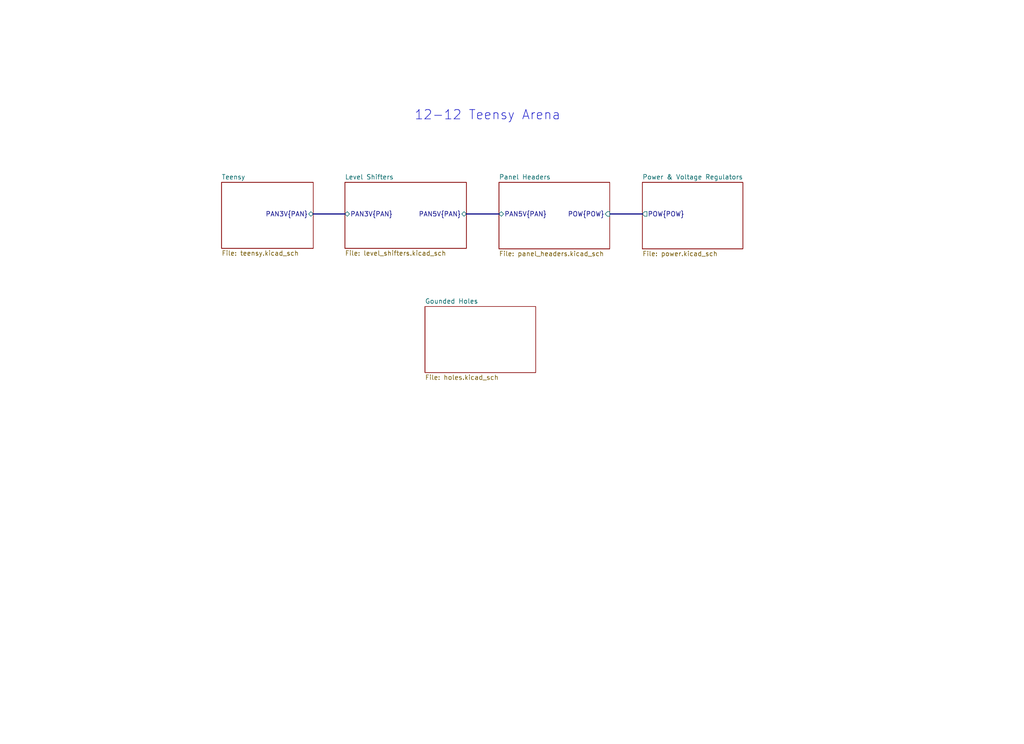
<source format=kicad_sch>
(kicad_sch (version 20230121) (generator eeschema)
  (paper "User" 279.4 203.2)
  (title_block (date "11 jun 2015"))
  (lib_symbols)
  (bus_alias "POW" (members "5V_HDR_1" "5V_HDR_2" "5V_HDR_3" "5V_HDR_4" "5V_HDR_5" "5V_HDR_6" "5V_HDR_7" "5V_HDR_8" "5V_HDR_9" "5V_HDR_10" "5V_HDR_11" "5V_HDR_12"))
  (bus (pts (xy 127.254 58.42) (xy 136.144 58.42)))
  (bus (pts (xy 166.497 58.42) (xy 175.26 58.42)))
  (bus (pts (xy 85.471 58.42) (xy 94.107 58.42)))
  (text "12-12 Teensy Arena" (at 113.03 33.02 0) (effects (font (size 2.54 2.54)) (justify left bottom)))
  (sheet (at 94.107 49.784) (size 33.147 18.034) (stroke (width 0.1524))
    (property "Sheetname" "Level Shifters" (at 94.107 49.0724 0) (effects (justify left bottom)))
    (property "Sheetfile" "level_shifters.kicad_sch" (at 94.107 68.4026 0) (effects (justify left top)))
    (pin "PAN5V{PAN}" bidirectional (at 127.254 58.42 0))
    (pin "PAN3V{PAN}" bidirectional (at 94.107 58.42 180))
  )
  (sheet (at 175.26 49.784) (size 27.432 18.161) (stroke (width 0.1524))
    (property "Sheetname" "Power & Voltage Regulators" (at 175.26 49.0724 0) (effects (justify left bottom)))
    (property "Sheetfile" "power.kicad_sch" (at 175.26 68.5296 0) (effects (justify left top)))
    (pin "POW{POW}" output (at 175.26 58.42 180))
  )
  (sheet (at 115.951 83.693) (size 30.226 18.034) (stroke (width 0.1524))
    (property "Sheetname" "Gounded Holes" (at 115.951 82.9814 0) (effects (justify left bottom)))
    (property "Sheetfile" "holes.kicad_sch" (at 115.951 102.3116 0) (effects (justify left top)))
  )
  (sheet (at 60.452 49.784) (size 25.019 18.034) (stroke (width 0.1524))
    (property "Sheetname" "Teensy" (at 60.452 49.0724 0) (effects (justify left bottom)))
    (property "Sheetfile" "teensy.kicad_sch" (at 60.452 68.4026 0) (effects (justify left top)))
    (pin "PAN3V{PAN}" bidirectional (at 85.471 58.42 0))
  )
  (sheet (at 136.144 49.784) (size 30.226 18.161) (stroke (width 0.1524))
    (property "Sheetname" "Panel Headers" (at 136.144 49.0724 0) (effects (justify left bottom)))
    (property "Sheetfile" "panel_headers.kicad_sch" (at 136.144 68.5296 0) (effects (justify left top)))
    (pin "PAN5V{PAN}" bidirectional (at 136.144 58.42 180))
    (pin "POW{POW}" input (at 166.37 58.42 0))
  )
)
</source>
